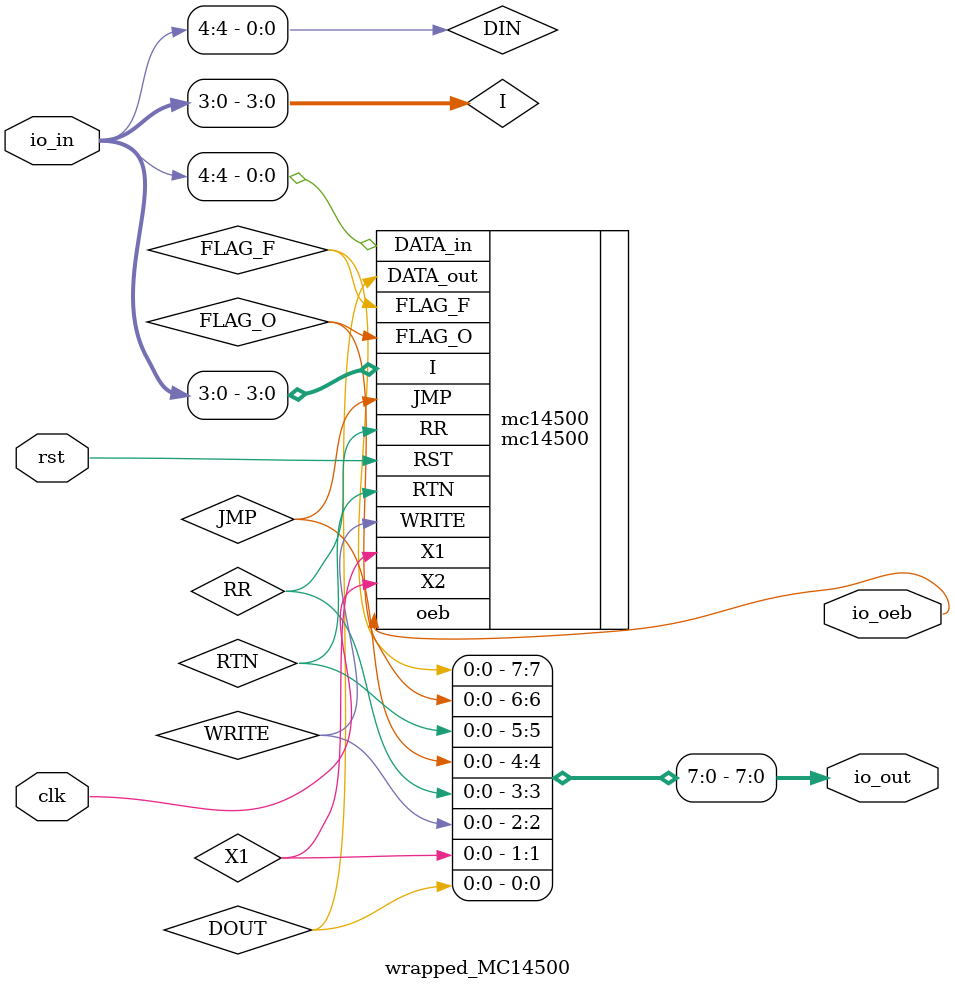
<source format=v>
`default_nettype none

module wrapped_MC14500(
`ifdef USE_POWER_PINS
	inout vccd1,
	inout vssd1,
`endif
	input clk,
	input rst,
	input [4:0] io_in,
	output [8:0] io_out,
	output io_oeb
);

wire [3:0] I = io_in[3:0];
wire DIN = io_in[4];

wire DOUT;
assign io_out[0] = DOUT;

wire X1;
wire WRITE;
wire RR;
wire JMP;
wire RTN;
wire FLAG_O;
wire FLAG_F;
assign io_out[1] = X1;
assign io_out[2] = WRITE;
assign io_out[3] = RR;
assign io_out[4] = JMP;
assign io_out[5] = RTN;
assign io_out[6] = FLAG_O;
assign io_out[7] = FLAG_F;

mc14500 mc14500(
	.X2(clk),
	.RST(rst),
	.DATA_in(DIN),
	.I(I),
	
	.X1(X1),
	.DATA_out(DOUT),
	.WRITE(WRITE),
	.RR(RR),
	.JMP(JMP),
	.RTN(RTN),
	.FLAG_O(FLAG_O),
	.FLAG_F(FLAG_F),
	
	.oeb(io_oeb)
);

endmodule

`default_nettype wire

</source>
